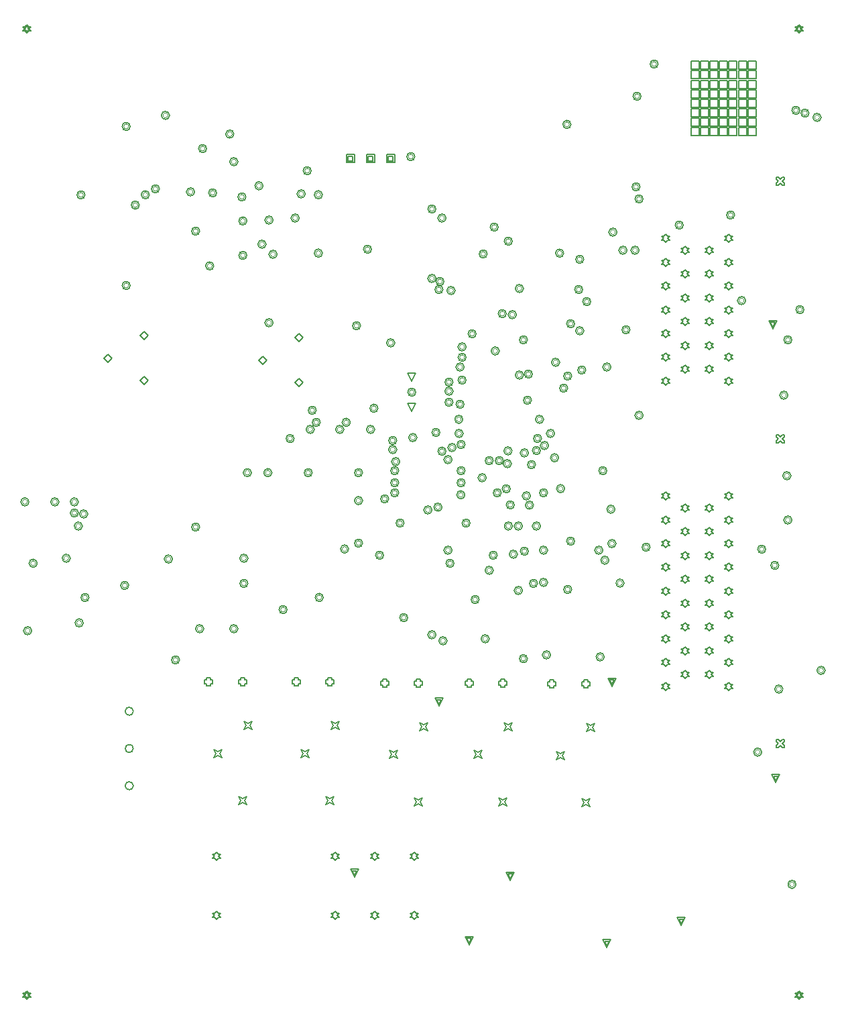
<source format=gbr>
%TF.GenerationSoftware,Altium Limited,Altium Designer,18.1.9 (240)*%
G04 Layer_Color=2752767*
%FSLAX26Y26*%
%MOIN*%
%TF.FileFunction,Drawing*%
%TF.Part,Single*%
G01*
G75*
%TA.AperFunction,NonConductor*%
%ADD147C,0.005000*%
%ADD148C,0.006667*%
%ADD149C,0.004000*%
D147*
X11455000Y6140000D02*
Y6180000D01*
X11495000D01*
Y6140000D01*
X11455000D01*
X11502244D02*
Y6180000D01*
X11542244D01*
Y6140000D01*
X11502244D01*
X11549488D02*
Y6180000D01*
X11589488D01*
Y6140000D01*
X11549488D01*
X11596732D02*
Y6180000D01*
X11636732D01*
Y6140000D01*
X11596732D01*
X11407756D02*
Y6180000D01*
X11447756D01*
Y6140000D01*
X11407756D01*
X11360512D02*
Y6180000D01*
X11400512D01*
Y6140000D01*
X11360512D01*
X11313268D02*
Y6180000D01*
X11353268D01*
Y6140000D01*
X11313268D01*
Y6092756D02*
Y6132756D01*
X11353268D01*
Y6092756D01*
X11313268D01*
X11360512D02*
Y6132756D01*
X11400512D01*
Y6092756D01*
X11360512D01*
X11407756D02*
Y6132756D01*
X11447756D01*
Y6092756D01*
X11407756D01*
X11596732D02*
Y6132756D01*
X11636732D01*
Y6092756D01*
X11596732D01*
X11549488D02*
Y6132756D01*
X11589488D01*
Y6092756D01*
X11549488D01*
X11502244D02*
Y6132756D01*
X11542244D01*
Y6092756D01*
X11502244D01*
X11455000D02*
Y6132756D01*
X11495000D01*
Y6092756D01*
X11455000D01*
X11313268Y6045512D02*
Y6085512D01*
X11353268D01*
Y6045512D01*
X11313268D01*
X11360512D02*
Y6085512D01*
X11400512D01*
Y6045512D01*
X11360512D01*
X11407756D02*
Y6085512D01*
X11447756D01*
Y6045512D01*
X11407756D01*
X11596732D02*
Y6085512D01*
X11636732D01*
Y6045512D01*
X11596732D01*
X11549488D02*
Y6085512D01*
X11589488D01*
Y6045512D01*
X11549488D01*
X11502244D02*
Y6085512D01*
X11542244D01*
Y6045512D01*
X11502244D01*
X11455000D02*
Y6085512D01*
X11495000D01*
Y6045512D01*
X11455000D01*
X11313268Y5998268D02*
Y6038268D01*
X11353268D01*
Y5998268D01*
X11313268D01*
X11360512D02*
Y6038268D01*
X11400512D01*
Y5998268D01*
X11360512D01*
X11407756D02*
Y6038268D01*
X11447756D01*
Y5998268D01*
X11407756D01*
X11596732D02*
Y6038268D01*
X11636732D01*
Y5998268D01*
X11596732D01*
X11549488D02*
Y6038268D01*
X11589488D01*
Y5998268D01*
X11549488D01*
X11502244D02*
Y6038268D01*
X11542244D01*
Y5998268D01*
X11502244D01*
X11455000D02*
Y6038268D01*
X11495000D01*
Y5998268D01*
X11455000D01*
X11313268Y6187244D02*
Y6227244D01*
X11353268D01*
Y6187244D01*
X11313268D01*
X11360512D02*
Y6227244D01*
X11400512D01*
Y6187244D01*
X11360512D01*
X11407756D02*
Y6227244D01*
X11447756D01*
Y6187244D01*
X11407756D01*
X11596732D02*
Y6227244D01*
X11636732D01*
Y6187244D01*
X11596732D01*
X11549488D02*
Y6227244D01*
X11589488D01*
Y6187244D01*
X11549488D01*
X11502244D02*
Y6227244D01*
X11542244D01*
Y6187244D01*
X11502244D01*
X11455000D02*
Y6227244D01*
X11495000D01*
Y6187244D01*
X11455000D01*
X11313268Y6234488D02*
Y6274488D01*
X11353268D01*
Y6234488D01*
X11313268D01*
X11360512D02*
Y6274488D01*
X11400512D01*
Y6234488D01*
X11360512D01*
X11407756D02*
Y6274488D01*
X11447756D01*
Y6234488D01*
X11407756D01*
X11596732D02*
Y6274488D01*
X11636732D01*
Y6234488D01*
X11596732D01*
X11549488D02*
Y6274488D01*
X11589488D01*
Y6234488D01*
X11549488D01*
X11502244D02*
Y6274488D01*
X11542244D01*
Y6234488D01*
X11502244D01*
X11455000D02*
Y6274488D01*
X11495000D01*
Y6234488D01*
X11455000D01*
X11313268Y6281732D02*
Y6321732D01*
X11353268D01*
Y6281732D01*
X11313268D01*
X11360512D02*
Y6321732D01*
X11400512D01*
Y6281732D01*
X11360512D01*
X11407756D02*
Y6321732D01*
X11447756D01*
Y6281732D01*
X11407756D01*
X11596732D02*
Y6321732D01*
X11636732D01*
Y6281732D01*
X11596732D01*
X11549488D02*
Y6321732D01*
X11589488D01*
Y6281732D01*
X11549488D01*
X11502244D02*
Y6321732D01*
X11542244D01*
Y6281732D01*
X11502244D01*
X11455000D02*
Y6321732D01*
X11495000D01*
Y6281732D01*
X11455000D01*
X11313268Y6328976D02*
Y6368976D01*
X11353268D01*
Y6328976D01*
X11313268D01*
X11360512D02*
Y6368976D01*
X11400512D01*
Y6328976D01*
X11360512D01*
X11407756D02*
Y6368976D01*
X11447756D01*
Y6328976D01*
X11407756D01*
X11596732D02*
Y6368976D01*
X11636732D01*
Y6328976D01*
X11596732D01*
X11549488D02*
Y6368976D01*
X11589488D01*
Y6328976D01*
X11549488D01*
X11502244D02*
Y6368976D01*
X11542244D01*
Y6328976D01*
X11502244D01*
X11455000D02*
Y6368976D01*
X11495000D01*
Y6328976D01*
X11455000D01*
X9925000Y4780000D02*
X9905000Y4820000D01*
X9945000D01*
X9925000Y4780000D01*
Y4630000D02*
X9905000Y4670000D01*
X9945000D01*
X9925000Y4630000D01*
X8952598Y2400000D02*
X8962598Y2410000D01*
X8972598D01*
X8962598Y2420000D01*
X8972598Y2430000D01*
X8962598D01*
X8952598Y2440000D01*
X8942598Y2430000D01*
X8932598D01*
X8942598Y2420000D01*
X8932598Y2410000D01*
X8942598D01*
X8952598Y2400000D01*
Y2104724D02*
X8962598Y2114724D01*
X8972598D01*
X8962598Y2124724D01*
X8972598Y2134724D01*
X8962598D01*
X8952598Y2144724D01*
X8942598Y2134724D01*
X8932598D01*
X8942598Y2124724D01*
X8932598Y2114724D01*
X8942598D01*
X8952598Y2104724D01*
X9740000D02*
X9750000Y2114724D01*
X9760000D01*
X9750000Y2124724D01*
X9760000Y2134724D01*
X9750000D01*
X9740000Y2144724D01*
X9730000Y2134724D01*
X9720000D01*
X9730000Y2124724D01*
X9720000Y2114724D01*
X9730000D01*
X9740000Y2104724D01*
X9543150D02*
X9553150Y2114724D01*
X9563150D01*
X9553150Y2124724D01*
X9563150Y2134724D01*
X9553150D01*
X9543150Y2144724D01*
X9533150Y2134724D01*
X9523150D01*
X9533150Y2124724D01*
X9523150Y2114724D01*
X9533150D01*
X9543150Y2104724D01*
X9740000Y2400000D02*
X9750000Y2410000D01*
X9760000D01*
X9750000Y2420000D01*
X9760000Y2430000D01*
X9750000D01*
X9740000Y2440000D01*
X9730000Y2430000D01*
X9720000D01*
X9730000Y2420000D01*
X9720000Y2410000D01*
X9730000D01*
X9740000Y2400000D01*
X9543150D02*
X9553150Y2410000D01*
X9563150D01*
X9553150Y2420000D01*
X9563150Y2430000D01*
X9553150D01*
X9543150Y2440000D01*
X9533150Y2430000D01*
X9523150D01*
X9533150Y2420000D01*
X9523150Y2410000D01*
X9533150D01*
X9543150Y2400000D01*
X9936850Y2104724D02*
X9946850Y2114724D01*
X9956850D01*
X9946850Y2124724D01*
X9956850Y2134724D01*
X9946850D01*
X9936850Y2144724D01*
X9926850Y2134724D01*
X9916850D01*
X9926850Y2124724D01*
X9916850Y2114724D01*
X9926850D01*
X9936850Y2104724D01*
Y2400000D02*
X9946850Y2410000D01*
X9956850D01*
X9946850Y2420000D01*
X9956850Y2430000D01*
X9946850D01*
X9936850Y2440000D01*
X9926850Y2430000D01*
X9916850D01*
X9926850Y2420000D01*
X9916850Y2410000D01*
X9926850D01*
X9936850Y2400000D01*
X9939016Y2668780D02*
X9949016Y2688780D01*
X9939016Y2708780D01*
X9959016Y2698780D01*
X9979016Y2708780D01*
X9969016Y2688780D01*
X9979016Y2668780D01*
X9959016Y2678780D01*
X9939016Y2668780D01*
X9964606Y3042795D02*
X9974606Y3062795D01*
X9964606Y3082795D01*
X9984606Y3072795D01*
X10004606Y3082795D01*
X9994606Y3062795D01*
X10004606Y3042795D01*
X9984606Y3052795D01*
X9964606Y3042795D01*
X9815000Y2905000D02*
X9825000Y2925000D01*
X9815000Y2945000D01*
X9835000Y2935000D01*
X9855000Y2945000D01*
X9845000Y2925000D01*
X9855000Y2905000D01*
X9835000Y2915000D01*
X9815000Y2905000D01*
X9779724Y3269331D02*
Y3259331D01*
X9799724D01*
Y3269331D01*
X9809724D01*
Y3289331D01*
X9799724D01*
Y3299331D01*
X9779724D01*
Y3289331D01*
X9769724D01*
Y3269331D01*
X9779724D01*
X9949016D02*
Y3259331D01*
X9969016D01*
Y3269331D01*
X9979016D01*
Y3289331D01*
X9969016D01*
Y3299331D01*
X9949016D01*
Y3289331D01*
X9939016D01*
Y3269331D01*
X9949016D01*
X9064016Y2675079D02*
X9074016Y2695079D01*
X9064016Y2715079D01*
X9084016Y2705079D01*
X9104016Y2715079D01*
X9094016Y2695079D01*
X9104016Y2675079D01*
X9084016Y2685079D01*
X9064016Y2675079D01*
X9089606Y3049094D02*
X9099606Y3069094D01*
X9089606Y3089094D01*
X9109606Y3079094D01*
X9129606Y3089094D01*
X9119606Y3069094D01*
X9129606Y3049094D01*
X9109606Y3059094D01*
X9089606Y3049094D01*
X8940000Y2911299D02*
X8950000Y2931299D01*
X8940000Y2951299D01*
X8960000Y2941299D01*
X8980000Y2951299D01*
X8970000Y2931299D01*
X8980000Y2911299D01*
X8960000Y2921299D01*
X8940000Y2911299D01*
X8904724Y3275630D02*
Y3265630D01*
X8924724D01*
Y3275630D01*
X8934724D01*
Y3295630D01*
X8924724D01*
Y3305630D01*
X8904724D01*
Y3295630D01*
X8894724D01*
Y3275630D01*
X8904724D01*
X9074016D02*
Y3265630D01*
X9094016D01*
Y3275630D01*
X9104016D01*
Y3295630D01*
X9094016D01*
Y3305630D01*
X9074016D01*
Y3295630D01*
X9064016D01*
Y3275630D01*
X9074016D01*
X10359016Y2668780D02*
X10369016Y2688780D01*
X10359016Y2708780D01*
X10379016Y2698780D01*
X10399016Y2708780D01*
X10389016Y2688780D01*
X10399016Y2668780D01*
X10379016Y2678780D01*
X10359016Y2668780D01*
X10384606Y3042795D02*
X10394606Y3062795D01*
X10384606Y3082795D01*
X10404606Y3072795D01*
X10424606Y3082795D01*
X10414606Y3062795D01*
X10424606Y3042795D01*
X10404606Y3052795D01*
X10384606Y3042795D01*
X10235000Y2905000D02*
X10245000Y2925000D01*
X10235000Y2945000D01*
X10255000Y2935000D01*
X10275000Y2945000D01*
X10265000Y2925000D01*
X10275000Y2905000D01*
X10255000Y2915000D01*
X10235000Y2905000D01*
X10199724Y3269331D02*
Y3259331D01*
X10219724D01*
Y3269331D01*
X10229724D01*
Y3289331D01*
X10219724D01*
Y3299331D01*
X10199724D01*
Y3289331D01*
X10189724D01*
Y3269331D01*
X10199724D01*
X10369016D02*
Y3259331D01*
X10389016D01*
Y3269331D01*
X10399016D01*
Y3289331D01*
X10389016D01*
Y3299331D01*
X10369016D01*
Y3289331D01*
X10359016D01*
Y3269331D01*
X10369016D01*
X9499016Y2675079D02*
X9509016Y2695079D01*
X9499016Y2715079D01*
X9519016Y2705079D01*
X9539016Y2715079D01*
X9529016Y2695079D01*
X9539016Y2675079D01*
X9519016Y2685079D01*
X9499016Y2675079D01*
X9524606Y3049094D02*
X9534606Y3069094D01*
X9524606Y3089094D01*
X9544606Y3079094D01*
X9564606Y3089094D01*
X9554606Y3069094D01*
X9564606Y3049094D01*
X9544606Y3059094D01*
X9524606Y3049094D01*
X9375000Y2911299D02*
X9385000Y2931299D01*
X9375000Y2951299D01*
X9395000Y2941299D01*
X9415000Y2951299D01*
X9405000Y2931299D01*
X9415000Y2911299D01*
X9395000Y2921299D01*
X9375000Y2911299D01*
X9339724Y3275630D02*
Y3265630D01*
X9359724D01*
Y3275630D01*
X9369724D01*
Y3295630D01*
X9359724D01*
Y3305630D01*
X9339724D01*
Y3295630D01*
X9329724D01*
Y3275630D01*
X9339724D01*
X9509016D02*
Y3265630D01*
X9529016D01*
Y3275630D01*
X9539016D01*
Y3295630D01*
X9529016D01*
Y3305630D01*
X9509016D01*
Y3295630D01*
X9499016D01*
Y3275630D01*
X9509016D01*
X10769449Y2665000D02*
X10779449Y2685000D01*
X10769449Y2705000D01*
X10789449Y2695000D01*
X10809449Y2705000D01*
X10799449Y2685000D01*
X10809449Y2665000D01*
X10789449Y2675000D01*
X10769449Y2665000D01*
X10795039Y3039016D02*
X10805039Y3059016D01*
X10795039Y3079016D01*
X10815039Y3069016D01*
X10835039Y3079016D01*
X10825039Y3059016D01*
X10835039Y3039016D01*
X10815039Y3049016D01*
X10795039Y3039016D01*
X10645433Y2901220D02*
X10655433Y2921220D01*
X10645433Y2941220D01*
X10665433Y2931220D01*
X10685433Y2941220D01*
X10675433Y2921220D01*
X10685433Y2901220D01*
X10665433Y2911220D01*
X10645433Y2901220D01*
X10610157Y3265551D02*
Y3255551D01*
X10630157D01*
Y3265551D01*
X10640157D01*
Y3285551D01*
X10630157D01*
Y3295551D01*
X10610157D01*
Y3285551D01*
X10600157D01*
Y3265551D01*
X10610157D01*
X10779449D02*
Y3255551D01*
X10799449D01*
Y3265551D01*
X10809449D01*
Y3285551D01*
X10799449D01*
Y3295551D01*
X10779449D01*
Y3285551D01*
X10769449D01*
Y3265551D01*
X10779449D01*
X11737441Y2958740D02*
X11747441D01*
X11757441Y2968740D01*
X11767441Y2958740D01*
X11777441D01*
Y2968740D01*
X11767441Y2978740D01*
X11777441Y2988740D01*
Y2998740D01*
X11767441D01*
X11757441Y2988740D01*
X11747441Y2998740D01*
X11737441D01*
Y2988740D01*
X11747441Y2978740D01*
X11737441Y2968740D01*
Y2958740D01*
Y4474488D02*
X11747441D01*
X11757441Y4484488D01*
X11767441Y4474488D01*
X11777441D01*
Y4484488D01*
X11767441Y4494488D01*
X11777441Y4504488D01*
Y4514488D01*
X11767441D01*
X11757441Y4504488D01*
X11747441Y4514488D01*
X11737441D01*
Y4504488D01*
X11747441Y4494488D01*
X11737441Y4484488D01*
Y4474488D01*
X11186575Y5468583D02*
X11196575Y5478583D01*
X11206575D01*
X11196575Y5488583D01*
X11206575Y5498583D01*
X11196575D01*
X11186575Y5508583D01*
X11176575Y5498583D01*
X11166575D01*
X11176575Y5488583D01*
X11166575Y5478583D01*
X11176575D01*
X11186575Y5468583D01*
Y5350472D02*
X11196575Y5360472D01*
X11206575D01*
X11196575Y5370472D01*
X11206575Y5380472D01*
X11196575D01*
X11186575Y5390472D01*
X11176575Y5380472D01*
X11166575D01*
X11176575Y5370472D01*
X11166575Y5360472D01*
X11176575D01*
X11186575Y5350472D01*
Y5232362D02*
X11196575Y5242362D01*
X11206575D01*
X11196575Y5252362D01*
X11206575Y5262362D01*
X11196575D01*
X11186575Y5272362D01*
X11176575Y5262362D01*
X11166575D01*
X11176575Y5252362D01*
X11166575Y5242362D01*
X11176575D01*
X11186575Y5232362D01*
Y5114252D02*
X11196575Y5124252D01*
X11206575D01*
X11196575Y5134252D01*
X11206575Y5144252D01*
X11196575D01*
X11186575Y5154252D01*
X11176575Y5144252D01*
X11166575D01*
X11176575Y5134252D01*
X11166575Y5124252D01*
X11176575D01*
X11186575Y5114252D01*
Y4996142D02*
X11196575Y5006142D01*
X11206575D01*
X11196575Y5016142D01*
X11206575Y5026142D01*
X11196575D01*
X11186575Y5036142D01*
X11176575Y5026142D01*
X11166575D01*
X11176575Y5016142D01*
X11166575Y5006142D01*
X11176575D01*
X11186575Y4996142D01*
Y4878032D02*
X11196575Y4888032D01*
X11206575D01*
X11196575Y4898032D01*
X11206575Y4908032D01*
X11196575D01*
X11186575Y4918032D01*
X11176575Y4908032D01*
X11166575D01*
X11176575Y4898032D01*
X11166575Y4888032D01*
X11176575D01*
X11186575Y4878032D01*
Y4759921D02*
X11196575Y4769921D01*
X11206575D01*
X11196575Y4779921D01*
X11206575Y4789921D01*
X11196575D01*
X11186575Y4799921D01*
X11176575Y4789921D01*
X11166575D01*
X11176575Y4779921D01*
X11166575Y4769921D01*
X11176575D01*
X11186575Y4759921D01*
X11285000Y5409528D02*
X11295000Y5419528D01*
X11305000D01*
X11295000Y5429528D01*
X11305000Y5439528D01*
X11295000D01*
X11285000Y5449528D01*
X11275000Y5439528D01*
X11265000D01*
X11275000Y5429528D01*
X11265000Y5419528D01*
X11275000D01*
X11285000Y5409528D01*
Y5291417D02*
X11295000Y5301417D01*
X11305000D01*
X11295000Y5311417D01*
X11305000Y5321417D01*
X11295000D01*
X11285000Y5331417D01*
X11275000Y5321417D01*
X11265000D01*
X11275000Y5311417D01*
X11265000Y5301417D01*
X11275000D01*
X11285000Y5291417D01*
Y5173307D02*
X11295000Y5183307D01*
X11305000D01*
X11295000Y5193307D01*
X11305000Y5203307D01*
X11295000D01*
X11285000Y5213307D01*
X11275000Y5203307D01*
X11265000D01*
X11275000Y5193307D01*
X11265000Y5183307D01*
X11275000D01*
X11285000Y5173307D01*
Y5055197D02*
X11295000Y5065197D01*
X11305000D01*
X11295000Y5075197D01*
X11305000Y5085197D01*
X11295000D01*
X11285000Y5095197D01*
X11275000Y5085197D01*
X11265000D01*
X11275000Y5075197D01*
X11265000Y5065197D01*
X11275000D01*
X11285000Y5055197D01*
Y4937087D02*
X11295000Y4947087D01*
X11305000D01*
X11295000Y4957087D01*
X11305000Y4967087D01*
X11295000D01*
X11285000Y4977087D01*
X11275000Y4967087D01*
X11265000D01*
X11275000Y4957087D01*
X11265000Y4947087D01*
X11275000D01*
X11285000Y4937087D01*
Y4818976D02*
X11295000Y4828976D01*
X11305000D01*
X11295000Y4838976D01*
X11305000Y4848976D01*
X11295000D01*
X11285000Y4858976D01*
X11275000Y4848976D01*
X11265000D01*
X11275000Y4838976D01*
X11265000Y4828976D01*
X11275000D01*
X11285000Y4818976D01*
X11403110Y5409528D02*
X11413110Y5419528D01*
X11423110D01*
X11413110Y5429528D01*
X11423110Y5439528D01*
X11413110D01*
X11403110Y5449528D01*
X11393110Y5439528D01*
X11383110D01*
X11393110Y5429528D01*
X11383110Y5419528D01*
X11393110D01*
X11403110Y5409528D01*
Y5291417D02*
X11413110Y5301417D01*
X11423110D01*
X11413110Y5311417D01*
X11423110Y5321417D01*
X11413110D01*
X11403110Y5331417D01*
X11393110Y5321417D01*
X11383110D01*
X11393110Y5311417D01*
X11383110Y5301417D01*
X11393110D01*
X11403110Y5291417D01*
Y5173307D02*
X11413110Y5183307D01*
X11423110D01*
X11413110Y5193307D01*
X11423110Y5203307D01*
X11413110D01*
X11403110Y5213307D01*
X11393110Y5203307D01*
X11383110D01*
X11393110Y5193307D01*
X11383110Y5183307D01*
X11393110D01*
X11403110Y5173307D01*
Y5055197D02*
X11413110Y5065197D01*
X11423110D01*
X11413110Y5075197D01*
X11423110Y5085197D01*
X11413110D01*
X11403110Y5095197D01*
X11393110Y5085197D01*
X11383110D01*
X11393110Y5075197D01*
X11383110Y5065197D01*
X11393110D01*
X11403110Y5055197D01*
Y4937087D02*
X11413110Y4947087D01*
X11423110D01*
X11413110Y4957087D01*
X11423110Y4967087D01*
X11413110D01*
X11403110Y4977087D01*
X11393110Y4967087D01*
X11383110D01*
X11393110Y4957087D01*
X11383110Y4947087D01*
X11393110D01*
X11403110Y4937087D01*
Y4818976D02*
X11413110Y4828976D01*
X11423110D01*
X11413110Y4838976D01*
X11423110Y4848976D01*
X11413110D01*
X11403110Y4858976D01*
X11393110Y4848976D01*
X11383110D01*
X11393110Y4838976D01*
X11383110Y4828976D01*
X11393110D01*
X11403110Y4818976D01*
X11501535Y5468583D02*
X11511535Y5478583D01*
X11521535D01*
X11511535Y5488583D01*
X11521535Y5498583D01*
X11511535D01*
X11501535Y5508583D01*
X11491535Y5498583D01*
X11481535D01*
X11491535Y5488583D01*
X11481535Y5478583D01*
X11491535D01*
X11501535Y5468583D01*
Y5350472D02*
X11511535Y5360472D01*
X11521535D01*
X11511535Y5370472D01*
X11521535Y5380472D01*
X11511535D01*
X11501535Y5390472D01*
X11491535Y5380472D01*
X11481535D01*
X11491535Y5370472D01*
X11481535Y5360472D01*
X11491535D01*
X11501535Y5350472D01*
Y5232362D02*
X11511535Y5242362D01*
X11521535D01*
X11511535Y5252362D01*
X11521535Y5262362D01*
X11511535D01*
X11501535Y5272362D01*
X11491535Y5262362D01*
X11481535D01*
X11491535Y5252362D01*
X11481535Y5242362D01*
X11491535D01*
X11501535Y5232362D01*
Y5114252D02*
X11511535Y5124252D01*
X11521535D01*
X11511535Y5134252D01*
X11521535Y5144252D01*
X11511535D01*
X11501535Y5154252D01*
X11491535Y5144252D01*
X11481535D01*
X11491535Y5134252D01*
X11481535Y5124252D01*
X11491535D01*
X11501535Y5114252D01*
Y4996142D02*
X11511535Y5006142D01*
X11521535D01*
X11511535Y5016142D01*
X11521535Y5026142D01*
X11511535D01*
X11501535Y5036142D01*
X11491535Y5026142D01*
X11481535D01*
X11491535Y5016142D01*
X11481535Y5006142D01*
X11491535D01*
X11501535Y4996142D01*
Y4878032D02*
X11511535Y4888032D01*
X11521535D01*
X11511535Y4898032D01*
X11521535Y4908032D01*
X11511535D01*
X11501535Y4918032D01*
X11491535Y4908032D01*
X11481535D01*
X11491535Y4898032D01*
X11481535Y4888032D01*
X11491535D01*
X11501535Y4878032D01*
Y4759921D02*
X11511535Y4769921D01*
X11521535D01*
X11511535Y4779921D01*
X11521535Y4789921D01*
X11511535D01*
X11501535Y4799921D01*
X11491535Y4789921D01*
X11481535D01*
X11491535Y4779921D01*
X11481535Y4769921D01*
X11491535D01*
X11501535Y4759921D01*
X11737441Y5754016D02*
X11747441D01*
X11757441Y5764016D01*
X11767441Y5754016D01*
X11777441D01*
Y5764016D01*
X11767441Y5774016D01*
X11777441Y5784016D01*
Y5794016D01*
X11767441D01*
X11757441Y5784016D01*
X11747441Y5794016D01*
X11737441D01*
Y5784016D01*
X11747441Y5774016D01*
X11737441Y5764016D01*
Y5754016D01*
X11501535Y3244173D02*
X11511535Y3254173D01*
X11521535D01*
X11511535Y3264173D01*
X11521535Y3274173D01*
X11511535D01*
X11501535Y3284173D01*
X11491535Y3274173D01*
X11481535D01*
X11491535Y3264173D01*
X11481535Y3254173D01*
X11491535D01*
X11501535Y3244173D01*
Y3362284D02*
X11511535Y3372284D01*
X11521535D01*
X11511535Y3382284D01*
X11521535Y3392284D01*
X11511535D01*
X11501535Y3402284D01*
X11491535Y3392284D01*
X11481535D01*
X11491535Y3382284D01*
X11481535Y3372284D01*
X11491535D01*
X11501535Y3362284D01*
Y3480394D02*
X11511535Y3490394D01*
X11521535D01*
X11511535Y3500394D01*
X11521535Y3510394D01*
X11511535D01*
X11501535Y3520394D01*
X11491535Y3510394D01*
X11481535D01*
X11491535Y3500394D01*
X11481535Y3490394D01*
X11491535D01*
X11501535Y3480394D01*
Y3598504D02*
X11511535Y3608504D01*
X11521535D01*
X11511535Y3618504D01*
X11521535Y3628504D01*
X11511535D01*
X11501535Y3638504D01*
X11491535Y3628504D01*
X11481535D01*
X11491535Y3618504D01*
X11481535Y3608504D01*
X11491535D01*
X11501535Y3598504D01*
Y3716614D02*
X11511535Y3726614D01*
X11521535D01*
X11511535Y3736614D01*
X11521535Y3746614D01*
X11511535D01*
X11501535Y3756614D01*
X11491535Y3746614D01*
X11481535D01*
X11491535Y3736614D01*
X11481535Y3726614D01*
X11491535D01*
X11501535Y3716614D01*
Y3834724D02*
X11511535Y3844724D01*
X11521535D01*
X11511535Y3854724D01*
X11521535Y3864724D01*
X11511535D01*
X11501535Y3874724D01*
X11491535Y3864724D01*
X11481535D01*
X11491535Y3854724D01*
X11481535Y3844724D01*
X11491535D01*
X11501535Y3834724D01*
Y3952835D02*
X11511535Y3962835D01*
X11521535D01*
X11511535Y3972835D01*
X11521535Y3982835D01*
X11511535D01*
X11501535Y3992835D01*
X11491535Y3982835D01*
X11481535D01*
X11491535Y3972835D01*
X11481535Y3962835D01*
X11491535D01*
X11501535Y3952835D01*
Y4070945D02*
X11511535Y4080945D01*
X11521535D01*
X11511535Y4090945D01*
X11521535Y4100945D01*
X11511535D01*
X11501535Y4110945D01*
X11491535Y4100945D01*
X11481535D01*
X11491535Y4090945D01*
X11481535Y4080945D01*
X11491535D01*
X11501535Y4070945D01*
Y4189055D02*
X11511535Y4199055D01*
X11521535D01*
X11511535Y4209055D01*
X11521535Y4219055D01*
X11511535D01*
X11501535Y4229055D01*
X11491535Y4219055D01*
X11481535D01*
X11491535Y4209055D01*
X11481535Y4199055D01*
X11491535D01*
X11501535Y4189055D01*
X11403110Y3303228D02*
X11413110Y3313228D01*
X11423110D01*
X11413110Y3323228D01*
X11423110Y3333228D01*
X11413110D01*
X11403110Y3343228D01*
X11393110Y3333228D01*
X11383110D01*
X11393110Y3323228D01*
X11383110Y3313228D01*
X11393110D01*
X11403110Y3303228D01*
Y3421339D02*
X11413110Y3431339D01*
X11423110D01*
X11413110Y3441339D01*
X11423110Y3451339D01*
X11413110D01*
X11403110Y3461339D01*
X11393110Y3451339D01*
X11383110D01*
X11393110Y3441339D01*
X11383110Y3431339D01*
X11393110D01*
X11403110Y3421339D01*
Y3539449D02*
X11413110Y3549449D01*
X11423110D01*
X11413110Y3559449D01*
X11423110Y3569449D01*
X11413110D01*
X11403110Y3579449D01*
X11393110Y3569449D01*
X11383110D01*
X11393110Y3559449D01*
X11383110Y3549449D01*
X11393110D01*
X11403110Y3539449D01*
Y3657559D02*
X11413110Y3667559D01*
X11423110D01*
X11413110Y3677559D01*
X11423110Y3687559D01*
X11413110D01*
X11403110Y3697559D01*
X11393110Y3687559D01*
X11383110D01*
X11393110Y3677559D01*
X11383110Y3667559D01*
X11393110D01*
X11403110Y3657559D01*
Y3775669D02*
X11413110Y3785669D01*
X11423110D01*
X11413110Y3795669D01*
X11423110Y3805669D01*
X11413110D01*
X11403110Y3815669D01*
X11393110Y3805669D01*
X11383110D01*
X11393110Y3795669D01*
X11383110Y3785669D01*
X11393110D01*
X11403110Y3775669D01*
Y3893780D02*
X11413110Y3903780D01*
X11423110D01*
X11413110Y3913780D01*
X11423110Y3923780D01*
X11413110D01*
X11403110Y3933780D01*
X11393110Y3923780D01*
X11383110D01*
X11393110Y3913780D01*
X11383110Y3903780D01*
X11393110D01*
X11403110Y3893780D01*
Y4011890D02*
X11413110Y4021890D01*
X11423110D01*
X11413110Y4031890D01*
X11423110Y4041890D01*
X11413110D01*
X11403110Y4051890D01*
X11393110Y4041890D01*
X11383110D01*
X11393110Y4031890D01*
X11383110Y4021890D01*
X11393110D01*
X11403110Y4011890D01*
Y4130000D02*
X11413110Y4140000D01*
X11423110D01*
X11413110Y4150000D01*
X11423110Y4160000D01*
X11413110D01*
X11403110Y4170000D01*
X11393110Y4160000D01*
X11383110D01*
X11393110Y4150000D01*
X11383110Y4140000D01*
X11393110D01*
X11403110Y4130000D01*
X11285000Y3303228D02*
X11295000Y3313228D01*
X11305000D01*
X11295000Y3323228D01*
X11305000Y3333228D01*
X11295000D01*
X11285000Y3343228D01*
X11275000Y3333228D01*
X11265000D01*
X11275000Y3323228D01*
X11265000Y3313228D01*
X11275000D01*
X11285000Y3303228D01*
Y3421339D02*
X11295000Y3431339D01*
X11305000D01*
X11295000Y3441339D01*
X11305000Y3451339D01*
X11295000D01*
X11285000Y3461339D01*
X11275000Y3451339D01*
X11265000D01*
X11275000Y3441339D01*
X11265000Y3431339D01*
X11275000D01*
X11285000Y3421339D01*
Y3539449D02*
X11295000Y3549449D01*
X11305000D01*
X11295000Y3559449D01*
X11305000Y3569449D01*
X11295000D01*
X11285000Y3579449D01*
X11275000Y3569449D01*
X11265000D01*
X11275000Y3559449D01*
X11265000Y3549449D01*
X11275000D01*
X11285000Y3539449D01*
Y3657559D02*
X11295000Y3667559D01*
X11305000D01*
X11295000Y3677559D01*
X11305000Y3687559D01*
X11295000D01*
X11285000Y3697559D01*
X11275000Y3687559D01*
X11265000D01*
X11275000Y3677559D01*
X11265000Y3667559D01*
X11275000D01*
X11285000Y3657559D01*
Y3775669D02*
X11295000Y3785669D01*
X11305000D01*
X11295000Y3795669D01*
X11305000Y3805669D01*
X11295000D01*
X11285000Y3815669D01*
X11275000Y3805669D01*
X11265000D01*
X11275000Y3795669D01*
X11265000Y3785669D01*
X11275000D01*
X11285000Y3775669D01*
Y3893780D02*
X11295000Y3903780D01*
X11305000D01*
X11295000Y3913780D01*
X11305000Y3923780D01*
X11295000D01*
X11285000Y3933780D01*
X11275000Y3923780D01*
X11265000D01*
X11275000Y3913780D01*
X11265000Y3903780D01*
X11275000D01*
X11285000Y3893780D01*
Y4011890D02*
X11295000Y4021890D01*
X11305000D01*
X11295000Y4031890D01*
X11305000Y4041890D01*
X11295000D01*
X11285000Y4051890D01*
X11275000Y4041890D01*
X11265000D01*
X11275000Y4031890D01*
X11265000Y4021890D01*
X11275000D01*
X11285000Y4011890D01*
Y4130000D02*
X11295000Y4140000D01*
X11305000D01*
X11295000Y4150000D01*
X11305000Y4160000D01*
X11295000D01*
X11285000Y4170000D01*
X11275000Y4160000D01*
X11265000D01*
X11275000Y4150000D01*
X11265000Y4140000D01*
X11275000D01*
X11285000Y4130000D01*
X11186575Y3244173D02*
X11196575Y3254173D01*
X11206575D01*
X11196575Y3264173D01*
X11206575Y3274173D01*
X11196575D01*
X11186575Y3284173D01*
X11176575Y3274173D01*
X11166575D01*
X11176575Y3264173D01*
X11166575Y3254173D01*
X11176575D01*
X11186575Y3244173D01*
Y3362284D02*
X11196575Y3372284D01*
X11206575D01*
X11196575Y3382284D01*
X11206575Y3392284D01*
X11196575D01*
X11186575Y3402284D01*
X11176575Y3392284D01*
X11166575D01*
X11176575Y3382284D01*
X11166575Y3372284D01*
X11176575D01*
X11186575Y3362284D01*
Y3480394D02*
X11196575Y3490394D01*
X11206575D01*
X11196575Y3500394D01*
X11206575Y3510394D01*
X11196575D01*
X11186575Y3520394D01*
X11176575Y3510394D01*
X11166575D01*
X11176575Y3500394D01*
X11166575Y3490394D01*
X11176575D01*
X11186575Y3480394D01*
Y3598504D02*
X11196575Y3608504D01*
X11206575D01*
X11196575Y3618504D01*
X11206575Y3628504D01*
X11196575D01*
X11186575Y3638504D01*
X11176575Y3628504D01*
X11166575D01*
X11176575Y3618504D01*
X11166575Y3608504D01*
X11176575D01*
X11186575Y3598504D01*
Y3716614D02*
X11196575Y3726614D01*
X11206575D01*
X11196575Y3736614D01*
X11206575Y3746614D01*
X11196575D01*
X11186575Y3756614D01*
X11176575Y3746614D01*
X11166575D01*
X11176575Y3736614D01*
X11166575Y3726614D01*
X11176575D01*
X11186575Y3716614D01*
Y3834724D02*
X11196575Y3844724D01*
X11206575D01*
X11196575Y3854724D01*
X11206575Y3864724D01*
X11196575D01*
X11186575Y3874724D01*
X11176575Y3864724D01*
X11166575D01*
X11176575Y3854724D01*
X11166575Y3844724D01*
X11176575D01*
X11186575Y3834724D01*
Y3952835D02*
X11196575Y3962835D01*
X11206575D01*
X11196575Y3972835D01*
X11206575Y3982835D01*
X11196575D01*
X11186575Y3992835D01*
X11176575Y3982835D01*
X11166575D01*
X11176575Y3972835D01*
X11166575Y3962835D01*
X11176575D01*
X11186575Y3952835D01*
Y4070945D02*
X11196575Y4080945D01*
X11206575D01*
X11196575Y4090945D01*
X11206575Y4100945D01*
X11196575D01*
X11186575Y4110945D01*
X11176575Y4100945D01*
X11166575D01*
X11176575Y4090945D01*
X11166575Y4080945D01*
X11176575D01*
X11186575Y4070945D01*
Y4189055D02*
X11196575Y4199055D01*
X11206575D01*
X11196575Y4209055D01*
X11206575Y4219055D01*
X11196575D01*
X11186575Y4229055D01*
X11176575Y4219055D01*
X11166575D01*
X11176575Y4209055D01*
X11166575Y4199055D01*
X11176575D01*
X11186575Y4189055D01*
X8573938Y5006380D02*
X8593938Y5026380D01*
X8613938Y5006380D01*
X8593938Y4986380D01*
X8573938Y5006380D01*
Y4782754D02*
X8593938Y4802754D01*
X8613938Y4782754D01*
X8593938Y4762754D01*
X8573938Y4782754D01*
X8395000Y4894567D02*
X8415000Y4914567D01*
X8435000Y4894567D01*
X8415000Y4874567D01*
X8395000Y4894567D01*
X9343938Y4995947D02*
X9363938Y5015947D01*
X9383938Y4995947D01*
X9363938Y4975947D01*
X9343938Y4995947D01*
Y4772321D02*
X9363938Y4792321D01*
X9383938Y4772321D01*
X9363938Y4752321D01*
X9343938Y4772321D01*
X9165000Y4884134D02*
X9185000Y4904134D01*
X9205000Y4884134D01*
X9185000Y4864134D01*
X9165000Y4884134D01*
X9800000Y5865000D02*
Y5905000D01*
X9840000D01*
Y5865000D01*
X9800000D01*
X9808000Y5873000D02*
Y5897000D01*
X9832000D01*
Y5873000D01*
X9808000D01*
X9700000Y5865000D02*
Y5905000D01*
X9740000D01*
Y5865000D01*
X9700000D01*
X9708000Y5873000D02*
Y5897000D01*
X9732000D01*
Y5873000D01*
X9708000D01*
X9600000Y5865000D02*
Y5905000D01*
X9640000D01*
Y5865000D01*
X9600000D01*
X9608000Y5873000D02*
Y5897000D01*
X9632000D01*
Y5873000D01*
X9608000D01*
X10210000Y1980000D02*
X10190000Y2020000D01*
X10230000D01*
X10210000Y1980000D01*
Y1988000D02*
X10198000Y2012000D01*
X10222000D01*
X10210000Y1988000D01*
X9640000Y2315000D02*
X9620000Y2355000D01*
X9660000D01*
X9640000Y2315000D01*
Y2323000D02*
X9628000Y2347000D01*
X9652000D01*
X9640000Y2323000D01*
X11850000Y6510000D02*
X11860000Y6520000D01*
X11870000D01*
X11860000Y6530000D01*
X11870000Y6540000D01*
X11860000D01*
X11850000Y6550000D01*
X11840000Y6540000D01*
X11830000D01*
X11840000Y6530000D01*
X11830000Y6520000D01*
X11840000D01*
X11850000Y6510000D01*
Y6518000D02*
X11856000Y6524000D01*
X11862000D01*
X11856000Y6530000D01*
X11862000Y6536000D01*
X11856000D01*
X11850000Y6542000D01*
X11844000Y6536000D01*
X11838000D01*
X11844000Y6530000D01*
X11838000Y6524000D01*
X11844000D01*
X11850000Y6518000D01*
X8010000Y6510000D02*
X8020000Y6520000D01*
X8030000D01*
X8020000Y6530000D01*
X8030000Y6540000D01*
X8020000D01*
X8010000Y6550000D01*
X8000000Y6540000D01*
X7990000D01*
X8000000Y6530000D01*
X7990000Y6520000D01*
X8000000D01*
X8010000Y6510000D01*
Y6518000D02*
X8016000Y6524000D01*
X8022000D01*
X8016000Y6530000D01*
X8022000Y6536000D01*
X8016000D01*
X8010000Y6542000D01*
X8004000Y6536000D01*
X7998000D01*
X8004000Y6530000D01*
X7998000Y6524000D01*
X8004000D01*
X8010000Y6518000D01*
Y1710000D02*
X8020000Y1720000D01*
X8030000D01*
X8020000Y1730000D01*
X8030000Y1740000D01*
X8020000D01*
X8010000Y1750000D01*
X8000000Y1740000D01*
X7990000D01*
X8000000Y1730000D01*
X7990000Y1720000D01*
X8000000D01*
X8010000Y1710000D01*
Y1718000D02*
X8016000Y1724000D01*
X8022000D01*
X8016000Y1730000D01*
X8022000Y1736000D01*
X8016000D01*
X8010000Y1742000D01*
X8004000Y1736000D01*
X7998000D01*
X8004000Y1730000D01*
X7998000Y1724000D01*
X8004000D01*
X8010000Y1718000D01*
X11850000Y1710000D02*
X11860000Y1720000D01*
X11870000D01*
X11860000Y1730000D01*
X11870000Y1740000D01*
X11860000D01*
X11850000Y1750000D01*
X11840000Y1740000D01*
X11830000D01*
X11840000Y1730000D01*
X11830000Y1720000D01*
X11840000D01*
X11850000Y1710000D01*
Y1718000D02*
X11856000Y1724000D01*
X11862000D01*
X11856000Y1730000D01*
X11862000Y1736000D01*
X11856000D01*
X11850000Y1742000D01*
X11844000Y1736000D01*
X11838000D01*
X11844000Y1730000D01*
X11838000Y1724000D01*
X11844000D01*
X11850000Y1718000D01*
X11735000Y2785000D02*
X11715000Y2825000D01*
X11755000D01*
X11735000Y2785000D01*
Y2793000D02*
X11723000Y2817000D01*
X11747000D01*
X11735000Y2793000D01*
X10920000Y3264449D02*
X10900000Y3304449D01*
X10940000D01*
X10920000Y3264449D01*
Y3272449D02*
X10908000Y3296449D01*
X10932000D01*
X10920000Y3272449D01*
X10415000Y2300000D02*
X10395000Y2340000D01*
X10435000D01*
X10415000Y2300000D01*
Y2308000D02*
X10403000Y2332000D01*
X10427000D01*
X10415000Y2308000D01*
X10895000Y1965000D02*
X10875000Y2005000D01*
X10915000D01*
X10895000Y1965000D01*
Y1973000D02*
X10883000Y1997000D01*
X10907000D01*
X10895000Y1973000D01*
X11265000Y2075000D02*
X11245000Y2115000D01*
X11285000D01*
X11265000Y2075000D01*
Y2083000D02*
X11253000Y2107000D01*
X11277000D01*
X11265000Y2083000D01*
X11720000Y5040000D02*
X11700000Y5080000D01*
X11740000D01*
X11720000Y5040000D01*
Y5048000D02*
X11708000Y5072000D01*
X11732000D01*
X11720000Y5048000D01*
X10060000Y3165000D02*
X10040000Y3205000D01*
X10080000D01*
X10060000Y3165000D01*
Y3173000D02*
X10048000Y3197000D01*
X10072000D01*
X10060000Y3173000D01*
D148*
X8540000Y2769961D02*
G03*
X8540000Y2769961I-20000J0D01*
G01*
Y2955000D02*
G03*
X8540000Y2955000I-20000J0D01*
G01*
Y3140039D02*
G03*
X8540000Y3140039I-20000J0D01*
G01*
X11835551Y2280000D02*
G03*
X11835551Y2280000I-20000J0D01*
G01*
X10180000Y4520000D02*
G03*
X10180000Y4520000I-20000J0D01*
G01*
X10085000Y5275000D02*
G03*
X10085000Y5275000I-20000J0D01*
G01*
X9340000Y4494488D02*
G03*
X9340000Y4494488I-20000J0D01*
G01*
X9470000Y4575000D02*
G03*
X9470000Y4575000I-20000J0D01*
G01*
X9950000Y4499488D02*
G03*
X9950000Y4499488I-20000J0D01*
G01*
X10310000Y3500000D02*
G03*
X10310000Y3500000I-20000J0D01*
G01*
X11815000Y4090000D02*
G03*
X11815000Y4090000I-20000J0D01*
G01*
X10480000Y5240000D02*
G03*
X10480000Y5240000I-20000J0D01*
G01*
X10780000Y5030000D02*
G03*
X10780000Y5030000I-20000J0D01*
G01*
X9060000Y3550000D02*
G03*
X9060000Y3550000I-20000J0D01*
G01*
X11980000Y3342863D02*
G03*
X11980000Y3342863I-20000J0D01*
G01*
X11665000Y2937018D02*
G03*
X11665000Y2937018I-20000J0D01*
G01*
X9740000Y4540000D02*
G03*
X9740000Y4540000I-20000J0D01*
G01*
X9680000Y4325000D02*
G03*
X9680000Y4325000I-20000J0D01*
G01*
X10735000Y3985000D02*
G03*
X10735000Y3985000I-20000J0D01*
G01*
X10190000Y4335000D02*
G03*
X10190000Y4335000I-20000J0D01*
G01*
X10935000Y4143622D02*
G03*
X10935000Y4143622I-20000J0D01*
G01*
X10045000Y3520000D02*
G03*
X10045000Y3520000I-20000J0D01*
G01*
X10475000Y3740000D02*
G03*
X10475000Y3740000I-20000J0D01*
G01*
X10505000Y3935000D02*
G03*
X10505000Y3935000I-20000J0D01*
G01*
X9305000Y3645000D02*
G03*
X9305000Y3645000I-20000J0D01*
G01*
X9610834Y3946000D02*
G03*
X9610834Y3946000I-20000J0D01*
G01*
X10600000Y4225000D02*
G03*
X10600000Y4225000I-20000J0D01*
G01*
X10450000Y3920000D02*
G03*
X10450000Y3920000I-20000J0D01*
G01*
X10435000Y4165000D02*
G03*
X10435000Y4165000I-20000J0D01*
G01*
X10515000Y4210000D02*
G03*
X10515000Y4210000I-20000J0D01*
G01*
X10415000Y4245000D02*
G03*
X10415000Y4245000I-20000J0D01*
G01*
X10423287Y4433287D02*
G03*
X10423287Y4433287I-20000J0D01*
G01*
X9865000Y4380000D02*
G03*
X9865000Y4380000I-20000J0D01*
G01*
X10145000Y4450000D02*
G03*
X10145000Y4450000I-20000J0D01*
G01*
X10190000Y4465000D02*
G03*
X10190000Y4465000I-20000J0D01*
G01*
X10178937Y4590000D02*
G03*
X10178937Y4590000I-20000J0D01*
G01*
X10130000Y4675000D02*
G03*
X10130000Y4675000I-20000J0D01*
G01*
Y4730000D02*
G03*
X10130000Y4730000I-20000J0D01*
G01*
X10525000Y4815000D02*
G03*
X10525000Y4815000I-20000J0D01*
G01*
X10480000Y4810000D02*
G03*
X10480000Y4810000I-20000J0D01*
G01*
X10660000Y4873346D02*
G03*
X10660000Y4873346I-20000J0D01*
G01*
X10720000Y4805000D02*
G03*
X10720000Y4805000I-20000J0D01*
G01*
X10700000Y4745000D02*
G03*
X10700000Y4745000I-20000J0D01*
G01*
X10635000Y4520000D02*
G03*
X10635000Y4520000I-20000J0D01*
G01*
X10570000Y4495000D02*
G03*
X10570000Y4495000I-20000J0D01*
G01*
X10185000Y4850000D02*
G03*
X10185000Y4850000I-20000J0D01*
G01*
X11815000Y4985000D02*
G03*
X11815000Y4985000I-20000J0D01*
G01*
X10680000Y5415551D02*
G03*
X10680000Y5415551I-20000J0D01*
G01*
X9450000Y4635000D02*
G03*
X9450000Y4635000I-20000J0D01*
G01*
X11150000Y6355000D02*
G03*
X11150000Y6355000I-20000J0D01*
G01*
X8291083Y3578917D02*
G03*
X8291083Y3578917I-20000J0D01*
G01*
X11900000Y6111282D02*
G03*
X11900000Y6111282I-20000J0D01*
G01*
X11960000Y6090000D02*
G03*
X11960000Y6090000I-20000J0D01*
G01*
X11769944Y3250000D02*
G03*
X11769944Y3250000I-20000J0D01*
G01*
X10565000Y4435000D02*
G03*
X10565000Y4435000I-20000J0D01*
G01*
X10505000Y4423347D02*
G03*
X10505000Y4423347I-20000J0D01*
G01*
X11065000Y6195000D02*
G03*
X11065000Y6195000I-20000J0D01*
G01*
X11530000Y5605000D02*
G03*
X11530000Y5605000I-20000J0D01*
G01*
X10945000Y5520000D02*
G03*
X10945000Y5520000I-20000J0D01*
G01*
X11685000Y3945000D02*
G03*
X11685000Y3945000I-20000J0D01*
G01*
X11795000Y4710000D02*
G03*
X11795000Y4710000I-20000J0D01*
G01*
X10980551Y3776654D02*
G03*
X10980551Y3776654I-20000J0D01*
G01*
X10905000Y3890295D02*
G03*
X10905000Y3890295I-20000J0D01*
G01*
X10995000Y5430000D02*
G03*
X10995000Y5430000I-20000J0D01*
G01*
X11875000Y5135000D02*
G03*
X11875000Y5135000I-20000J0D01*
G01*
X10881803Y3410000D02*
G03*
X10881803Y3410000I-20000J0D01*
G01*
X10615000Y3420000D02*
G03*
X10615000Y3420000I-20000J0D01*
G01*
X10100000Y3490000D02*
G03*
X10100000Y3490000I-20000J0D01*
G01*
X10135000Y3875000D02*
G03*
X10135000Y3875000I-20000J0D01*
G01*
X10330000Y3840000D02*
G03*
X10330000Y3840000I-20000J0D01*
G01*
X9680000Y3975000D02*
G03*
X9680000Y3975000I-20000J0D01*
G01*
Y4186260D02*
G03*
X9680000Y4186260I-20000J0D01*
G01*
X8267165Y4180000D02*
G03*
X8267165Y4180000I-20000J0D01*
G01*
X8170000D02*
G03*
X8170000Y4180000I-20000J0D01*
G01*
X8020984D02*
G03*
X8020984Y4180000I-20000J0D01*
G01*
X8287165Y4060000D02*
G03*
X8287165Y4060000I-20000J0D01*
G01*
X8890000Y3550000D02*
G03*
X8890000Y3550000I-20000J0D01*
G01*
X9430000Y4325000D02*
G03*
X9430000Y4325000I-20000J0D01*
G01*
X9229449D02*
G03*
X9229449Y4325000I-20000J0D01*
G01*
X9127439D02*
G03*
X9127439Y4325000I-20000J0D01*
G01*
X11110000Y3955000D02*
G03*
X11110000Y3955000I-20000J0D01*
G01*
X10940000Y3972835D02*
G03*
X10940000Y3972835I-20000J0D01*
G01*
X10065099Y4524901D02*
G03*
X10065099Y4524901I-20000J0D01*
G01*
X8770000Y3395000D02*
G03*
X8770000Y3395000I-20000J0D01*
G01*
X8735000Y3896181D02*
G03*
X8735000Y3896181I-20000J0D01*
G01*
X8870000Y4055000D02*
G03*
X8870000Y4055000I-20000J0D01*
G01*
X9110000Y3900000D02*
G03*
X9110000Y3900000I-20000J0D01*
G01*
Y3775000D02*
G03*
X9110000Y3775000I-20000J0D01*
G01*
X10350000Y3915000D02*
G03*
X10350000Y3915000I-20000J0D01*
G01*
X10475000Y4060000D02*
G03*
X10475000Y4060000I-20000J0D01*
G01*
X10875000Y3940000D02*
G03*
X10875000Y3940000I-20000J0D01*
G01*
X10720000Y3745000D02*
G03*
X10720000Y3745000I-20000J0D01*
G01*
X10600000Y3780000D02*
G03*
X10600000Y3780000I-20000J0D01*
G01*
X10550000Y3775000D02*
G03*
X10550000Y3775000I-20000J0D01*
G01*
X10425355Y4060000D02*
G03*
X10425355Y4060000I-20000J0D01*
G01*
X10215000Y4074410D02*
G03*
X10215000Y4074410I-20000J0D01*
G01*
X10075000Y4153937D02*
G03*
X10075000Y4153937I-20000J0D01*
G01*
X10685000Y4245834D02*
G03*
X10685000Y4245834I-20000J0D01*
G01*
X10540000Y4365000D02*
G03*
X10540000Y4365000I-20000J0D01*
G01*
X10775000Y5235000D02*
G03*
X10775000Y5235000I-20000J0D01*
G01*
X11585000Y5180000D02*
G03*
X11585000Y5180000I-20000J0D01*
G01*
X11750000Y3864449D02*
G03*
X11750000Y3864449I-20000J0D01*
G01*
X10815000Y5175000D02*
G03*
X10815000Y5175000I-20000J0D01*
G01*
X10735000Y5065000D02*
G03*
X10735000Y5065000I-20000J0D01*
G01*
X10355000Y5545000D02*
G03*
X10355000Y5545000I-20000J0D01*
G01*
X10425000Y5475000D02*
G03*
X10425000Y5475000I-20000J0D01*
G01*
X10095000Y4431904D02*
G03*
X10095000Y4431904I-20000J0D01*
G01*
X9810000Y4195000D02*
G03*
X9810000Y4195000I-20000J0D01*
G01*
X9785000Y3915000D02*
G03*
X9785000Y3915000I-20000J0D01*
G01*
X10330000Y4385000D02*
G03*
X10330000Y4385000I-20000J0D01*
G01*
X10295000Y4300000D02*
G03*
X10295000Y4300000I-20000J0D01*
G01*
X9850000Y4440000D02*
G03*
X9850000Y4440000I-20000J0D01*
G01*
Y4485000D02*
G03*
X9850000Y4485000I-20000J0D01*
G01*
X9586774Y4540000D02*
G03*
X9586774Y4540000I-20000J0D01*
G01*
X9618856Y4575000D02*
G03*
X9618856Y4575000I-20000J0D01*
G01*
X9440000Y4540000D02*
G03*
X9440000Y4540000I-20000J0D01*
G01*
X9756575Y4645000D02*
G03*
X9756575Y4645000I-20000J0D01*
G01*
X8320000Y3705000D02*
G03*
X8320000Y3705000I-20000J0D01*
G01*
X8035000Y3540000D02*
G03*
X8035000Y3540000I-20000J0D01*
G01*
X10716378Y6055000D02*
G03*
X10716378Y6055000I-20000J0D01*
G01*
X11855000Y6125000D02*
G03*
X11855000Y6125000I-20000J0D01*
G01*
X8517165Y3765000D02*
G03*
X8517165Y3765000I-20000J0D01*
G01*
X8313465Y4120000D02*
G03*
X8313465Y4120000I-20000J0D01*
G01*
X8267165Y4125000D02*
G03*
X8267165Y4125000I-20000J0D01*
G01*
X8062165Y3875000D02*
G03*
X8062165Y3875000I-20000J0D01*
G01*
X8227165Y3900000D02*
G03*
X8227165Y3900000I-20000J0D01*
G01*
X9905000Y3605000D02*
G03*
X9905000Y3605000I-20000J0D01*
G01*
X10260000Y3695000D02*
G03*
X10260000Y3695000I-20000J0D01*
G01*
X10025000Y4140000D02*
G03*
X10025000Y4140000I-20000J0D01*
G01*
X10370000Y4225000D02*
G03*
X10370000Y4225000I-20000J0D01*
G01*
X9886732Y4075000D02*
G03*
X9886732Y4075000I-20000J0D01*
G01*
X9484882Y3705118D02*
G03*
X9484882Y3705118I-20000J0D01*
G01*
X10580000Y4590000D02*
G03*
X10580000Y4590000I-20000J0D01*
G01*
X10380000Y4385000D02*
G03*
X10380000Y4385000I-20000J0D01*
G01*
X10195000Y4898032D02*
G03*
X10195000Y4898032I-20000J0D01*
G01*
X10080000Y5235000D02*
G03*
X10080000Y5235000I-20000J0D01*
G01*
X10195000Y4950000D02*
G03*
X10195000Y4950000I-20000J0D01*
G01*
X10245000Y5015000D02*
G03*
X10245000Y5015000I-20000J0D01*
G01*
X10140000Y5230000D02*
G03*
X10140000Y5230000I-20000J0D01*
G01*
X9670000Y5055000D02*
G03*
X9670000Y5055000I-20000J0D01*
G01*
X9840000Y4970000D02*
G03*
X9840000Y4970000I-20000J0D01*
G01*
X9860000Y4225000D02*
G03*
X9860000Y4225000I-20000J0D01*
G01*
Y4275000D02*
G03*
X9860000Y4275000I-20000J0D01*
G01*
Y4335000D02*
G03*
X9860000Y4335000I-20000J0D01*
G01*
X10530000Y4163937D02*
G03*
X10530000Y4163937I-20000J0D01*
G01*
X10565000Y4060000D02*
G03*
X10565000Y4060000I-20000J0D01*
G01*
X11060000Y5745000D02*
G03*
X11060000Y5745000I-20000J0D01*
G01*
X10045000Y5635000D02*
G03*
X10045000Y5635000I-20000J0D01*
G01*
Y5290000D02*
G03*
X10045000Y5290000I-20000J0D01*
G01*
X11075000Y5685000D02*
G03*
X11075000Y5685000I-20000J0D01*
G01*
X10095000Y5590000D02*
G03*
X10095000Y5590000I-20000J0D01*
G01*
X10420000Y4370000D02*
G03*
X10420000Y4370000I-20000J0D01*
G01*
X10188898Y4215000D02*
G03*
X10188898Y4215000I-20000J0D01*
G01*
X10190000Y4275000D02*
G03*
X10190000Y4275000I-20000J0D01*
G01*
X9725000Y5435000D02*
G03*
X9725000Y5435000I-20000J0D01*
G01*
X10195000Y4785000D02*
G03*
X10195000Y4785000I-20000J0D01*
G01*
X10185000Y4665000D02*
G03*
X10185000Y4665000I-20000J0D01*
G01*
X10600000Y3940000D02*
G03*
X10600000Y3940000I-20000J0D01*
G01*
X10500000Y3401299D02*
G03*
X10500000Y3401299I-20000J0D01*
G01*
X10300000Y5411496D02*
G03*
X10300000Y5411496I-20000J0D01*
G01*
X10520000Y4685000D02*
G03*
X10520000Y4685000I-20000J0D01*
G01*
X9945000Y4725000D02*
G03*
X9945000Y4725000I-20000J0D01*
G01*
X10130000Y4775000D02*
G03*
X10130000Y4775000I-20000J0D01*
G01*
X9940000Y5895000D02*
G03*
X9940000Y5895000I-20000J0D01*
G01*
X11810000Y4310000D02*
G03*
X11810000Y4310000I-20000J0D01*
G01*
X11010000Y5035000D02*
G03*
X11010000Y5035000I-20000J0D01*
G01*
X10360000Y4929606D02*
G03*
X10360000Y4929606I-20000J0D01*
G01*
X10395000Y5115000D02*
G03*
X10395000Y5115000I-20000J0D01*
G01*
X10655000Y4398978D02*
G03*
X10655000Y4398978I-20000J0D01*
G01*
X10895000Y4335000D02*
G03*
X10895000Y4335000I-20000J0D01*
G01*
X11075000Y4610000D02*
G03*
X11075000Y4610000I-20000J0D01*
G01*
X10915000Y4850000D02*
G03*
X10915000Y4850000I-20000J0D01*
G01*
X10125000Y4390000D02*
G03*
X10125000Y4390000I-20000J0D01*
G01*
X11055000Y5430000D02*
G03*
X11055000Y5430000I-20000J0D01*
G01*
X11275000Y5555000D02*
G03*
X11275000Y5555000I-20000J0D01*
G01*
X10780000Y5385000D02*
G03*
X10780000Y5385000I-20000J0D01*
G01*
X10790000Y4835000D02*
G03*
X10790000Y4835000I-20000J0D01*
G01*
X10500000Y4985000D02*
G03*
X10500000Y4985000I-20000J0D01*
G01*
X10445000Y5110000D02*
G03*
X10445000Y5110000I-20000J0D01*
G01*
X10125000Y3940000D02*
G03*
X10125000Y3940000I-20000J0D01*
G01*
X10605000Y4460000D02*
G03*
X10605000Y4460000I-20000J0D01*
G01*
X8525000Y5255000D02*
G03*
X8525000Y5255000I-20000J0D01*
G01*
X9235000Y5070000D02*
G03*
X9235000Y5070000I-20000J0D01*
G01*
X9425000Y5825000D02*
G03*
X9425000Y5825000I-20000J0D01*
G01*
X9040000Y6007283D02*
G03*
X9040000Y6007283I-20000J0D01*
G01*
X8845000Y5720000D02*
G03*
X8845000Y5720000I-20000J0D01*
G01*
X8620000Y5705551D02*
G03*
X8620000Y5705551I-20000J0D01*
G01*
X8955000Y5715000D02*
G03*
X8955000Y5715000I-20000J0D01*
G01*
X8300000Y5705000D02*
G03*
X8300000Y5705000I-20000J0D01*
G01*
X8570000Y5654153D02*
G03*
X8570000Y5654153I-20000J0D01*
G01*
X9480551Y5415551D02*
G03*
X9480551Y5415551I-20000J0D01*
G01*
Y5705551D02*
G03*
X9480551Y5705551I-20000J0D01*
G01*
X9255000Y5410000D02*
G03*
X9255000Y5410000I-20000J0D01*
G01*
X8905000Y5935000D02*
G03*
X8905000Y5935000I-20000J0D01*
G01*
X8525000Y6045000D02*
G03*
X8525000Y6045000I-20000J0D01*
G01*
X8720000Y6100000D02*
G03*
X8720000Y6100000I-20000J0D01*
G01*
X9105000Y5404449D02*
G03*
X9105000Y5404449I-20000J0D01*
G01*
X8940000Y5352106D02*
G03*
X8940000Y5352106I-20000J0D01*
G01*
X9365000Y5590000D02*
G03*
X9365000Y5590000I-20000J0D01*
G01*
X9200000Y5460000D02*
G03*
X9200000Y5460000I-20000J0D01*
G01*
X9060000Y5870000D02*
G03*
X9060000Y5870000I-20000J0D01*
G01*
X9100157Y5694842D02*
G03*
X9100157Y5694842I-20000J0D01*
G01*
X9395000Y5710000D02*
G03*
X9395000Y5710000I-20000J0D01*
G01*
X9235000Y5580000D02*
G03*
X9235000Y5580000I-20000J0D01*
G01*
X9185000Y5750276D02*
G03*
X9185000Y5750276I-20000J0D01*
G01*
X8670000Y5735000D02*
G03*
X8670000Y5735000I-20000J0D01*
G01*
X8870000Y5525000D02*
G03*
X8870000Y5525000I-20000J0D01*
G01*
X9105000Y5575551D02*
G03*
X9105000Y5575551I-20000J0D01*
G01*
D149*
X11827551Y2280000D02*
G03*
X11827551Y2280000I-12000J0D01*
G01*
X10172000Y4520000D02*
G03*
X10172000Y4520000I-12000J0D01*
G01*
X10077000Y5275000D02*
G03*
X10077000Y5275000I-12000J0D01*
G01*
X9332000Y4494488D02*
G03*
X9332000Y4494488I-12000J0D01*
G01*
X9462000Y4575000D02*
G03*
X9462000Y4575000I-12000J0D01*
G01*
X9942000Y4499488D02*
G03*
X9942000Y4499488I-12000J0D01*
G01*
X10302000Y3500000D02*
G03*
X10302000Y3500000I-12000J0D01*
G01*
X11807000Y4090000D02*
G03*
X11807000Y4090000I-12000J0D01*
G01*
X10472000Y5240000D02*
G03*
X10472000Y5240000I-12000J0D01*
G01*
X10772000Y5030000D02*
G03*
X10772000Y5030000I-12000J0D01*
G01*
X9052000Y3550000D02*
G03*
X9052000Y3550000I-12000J0D01*
G01*
X11972000Y3342863D02*
G03*
X11972000Y3342863I-12000J0D01*
G01*
X11657000Y2937018D02*
G03*
X11657000Y2937018I-12000J0D01*
G01*
X9732000Y4540000D02*
G03*
X9732000Y4540000I-12000J0D01*
G01*
X9672000Y4325000D02*
G03*
X9672000Y4325000I-12000J0D01*
G01*
X10727000Y3985000D02*
G03*
X10727000Y3985000I-12000J0D01*
G01*
X10182000Y4335000D02*
G03*
X10182000Y4335000I-12000J0D01*
G01*
X10927000Y4143622D02*
G03*
X10927000Y4143622I-12000J0D01*
G01*
X10037000Y3520000D02*
G03*
X10037000Y3520000I-12000J0D01*
G01*
X10467000Y3740000D02*
G03*
X10467000Y3740000I-12000J0D01*
G01*
X10497000Y3935000D02*
G03*
X10497000Y3935000I-12000J0D01*
G01*
X9297000Y3645000D02*
G03*
X9297000Y3645000I-12000J0D01*
G01*
X9602834Y3946000D02*
G03*
X9602834Y3946000I-12000J0D01*
G01*
X10592000Y4225000D02*
G03*
X10592000Y4225000I-12000J0D01*
G01*
X10442000Y3920000D02*
G03*
X10442000Y3920000I-12000J0D01*
G01*
X10427000Y4165000D02*
G03*
X10427000Y4165000I-12000J0D01*
G01*
X10507000Y4210000D02*
G03*
X10507000Y4210000I-12000J0D01*
G01*
X10407000Y4245000D02*
G03*
X10407000Y4245000I-12000J0D01*
G01*
X10415287Y4433287D02*
G03*
X10415287Y4433287I-12000J0D01*
G01*
X9857000Y4380000D02*
G03*
X9857000Y4380000I-12000J0D01*
G01*
X10137000Y4450000D02*
G03*
X10137000Y4450000I-12000J0D01*
G01*
X10182000Y4465000D02*
G03*
X10182000Y4465000I-12000J0D01*
G01*
X10170937Y4590000D02*
G03*
X10170937Y4590000I-12000J0D01*
G01*
X10122000Y4675000D02*
G03*
X10122000Y4675000I-12000J0D01*
G01*
Y4730000D02*
G03*
X10122000Y4730000I-12000J0D01*
G01*
X10517000Y4815000D02*
G03*
X10517000Y4815000I-12000J0D01*
G01*
X10472000Y4810000D02*
G03*
X10472000Y4810000I-12000J0D01*
G01*
X10652000Y4873346D02*
G03*
X10652000Y4873346I-12000J0D01*
G01*
X10712000Y4805000D02*
G03*
X10712000Y4805000I-12000J0D01*
G01*
X10692000Y4745000D02*
G03*
X10692000Y4745000I-12000J0D01*
G01*
X10627000Y4520000D02*
G03*
X10627000Y4520000I-12000J0D01*
G01*
X10562000Y4495000D02*
G03*
X10562000Y4495000I-12000J0D01*
G01*
X10177000Y4850000D02*
G03*
X10177000Y4850000I-12000J0D01*
G01*
X11807000Y4985000D02*
G03*
X11807000Y4985000I-12000J0D01*
G01*
X10672000Y5415551D02*
G03*
X10672000Y5415551I-12000J0D01*
G01*
X9442000Y4635000D02*
G03*
X9442000Y4635000I-12000J0D01*
G01*
X11142000Y6355000D02*
G03*
X11142000Y6355000I-12000J0D01*
G01*
X8283083Y3578917D02*
G03*
X8283083Y3578917I-12000J0D01*
G01*
X11892000Y6111282D02*
G03*
X11892000Y6111282I-12000J0D01*
G01*
X11952000Y6090000D02*
G03*
X11952000Y6090000I-12000J0D01*
G01*
X11761944Y3250000D02*
G03*
X11761944Y3250000I-12000J0D01*
G01*
X10557000Y4435000D02*
G03*
X10557000Y4435000I-12000J0D01*
G01*
X10497000Y4423347D02*
G03*
X10497000Y4423347I-12000J0D01*
G01*
X11057000Y6195000D02*
G03*
X11057000Y6195000I-12000J0D01*
G01*
X11522000Y5605000D02*
G03*
X11522000Y5605000I-12000J0D01*
G01*
X10937000Y5520000D02*
G03*
X10937000Y5520000I-12000J0D01*
G01*
X11677000Y3945000D02*
G03*
X11677000Y3945000I-12000J0D01*
G01*
X11787000Y4710000D02*
G03*
X11787000Y4710000I-12000J0D01*
G01*
X10972551Y3776654D02*
G03*
X10972551Y3776654I-12000J0D01*
G01*
X10897000Y3890295D02*
G03*
X10897000Y3890295I-12000J0D01*
G01*
X10987000Y5430000D02*
G03*
X10987000Y5430000I-12000J0D01*
G01*
X11867000Y5135000D02*
G03*
X11867000Y5135000I-12000J0D01*
G01*
X10873803Y3410000D02*
G03*
X10873803Y3410000I-12000J0D01*
G01*
X10607000Y3420000D02*
G03*
X10607000Y3420000I-12000J0D01*
G01*
X10092000Y3490000D02*
G03*
X10092000Y3490000I-12000J0D01*
G01*
X10127000Y3875000D02*
G03*
X10127000Y3875000I-12000J0D01*
G01*
X10322000Y3840000D02*
G03*
X10322000Y3840000I-12000J0D01*
G01*
X9672000Y3975000D02*
G03*
X9672000Y3975000I-12000J0D01*
G01*
Y4186260D02*
G03*
X9672000Y4186260I-12000J0D01*
G01*
X8259165Y4180000D02*
G03*
X8259165Y4180000I-12000J0D01*
G01*
X8162000D02*
G03*
X8162000Y4180000I-12000J0D01*
G01*
X8012984D02*
G03*
X8012984Y4180000I-12000J0D01*
G01*
X8279165Y4060000D02*
G03*
X8279165Y4060000I-12000J0D01*
G01*
X8882000Y3550000D02*
G03*
X8882000Y3550000I-12000J0D01*
G01*
X9422000Y4325000D02*
G03*
X9422000Y4325000I-12000J0D01*
G01*
X9221449D02*
G03*
X9221449Y4325000I-12000J0D01*
G01*
X9119439D02*
G03*
X9119439Y4325000I-12000J0D01*
G01*
X11102000Y3955000D02*
G03*
X11102000Y3955000I-12000J0D01*
G01*
X10932000Y3972835D02*
G03*
X10932000Y3972835I-12000J0D01*
G01*
X10057099Y4524901D02*
G03*
X10057099Y4524901I-12000J0D01*
G01*
X8762000Y3395000D02*
G03*
X8762000Y3395000I-12000J0D01*
G01*
X8727000Y3896181D02*
G03*
X8727000Y3896181I-12000J0D01*
G01*
X8862000Y4055000D02*
G03*
X8862000Y4055000I-12000J0D01*
G01*
X9102000Y3900000D02*
G03*
X9102000Y3900000I-12000J0D01*
G01*
Y3775000D02*
G03*
X9102000Y3775000I-12000J0D01*
G01*
X10342000Y3915000D02*
G03*
X10342000Y3915000I-12000J0D01*
G01*
X10467000Y4060000D02*
G03*
X10467000Y4060000I-12000J0D01*
G01*
X10867000Y3940000D02*
G03*
X10867000Y3940000I-12000J0D01*
G01*
X10712000Y3745000D02*
G03*
X10712000Y3745000I-12000J0D01*
G01*
X10592000Y3780000D02*
G03*
X10592000Y3780000I-12000J0D01*
G01*
X10542000Y3775000D02*
G03*
X10542000Y3775000I-12000J0D01*
G01*
X10417355Y4060000D02*
G03*
X10417355Y4060000I-12000J0D01*
G01*
X10207000Y4074410D02*
G03*
X10207000Y4074410I-12000J0D01*
G01*
X10067000Y4153937D02*
G03*
X10067000Y4153937I-12000J0D01*
G01*
X10677000Y4245834D02*
G03*
X10677000Y4245834I-12000J0D01*
G01*
X10532000Y4365000D02*
G03*
X10532000Y4365000I-12000J0D01*
G01*
X10767000Y5235000D02*
G03*
X10767000Y5235000I-12000J0D01*
G01*
X11577000Y5180000D02*
G03*
X11577000Y5180000I-12000J0D01*
G01*
X11742000Y3864449D02*
G03*
X11742000Y3864449I-12000J0D01*
G01*
X10807000Y5175000D02*
G03*
X10807000Y5175000I-12000J0D01*
G01*
X10727000Y5065000D02*
G03*
X10727000Y5065000I-12000J0D01*
G01*
X10347000Y5545000D02*
G03*
X10347000Y5545000I-12000J0D01*
G01*
X10417000Y5475000D02*
G03*
X10417000Y5475000I-12000J0D01*
G01*
X10087000Y4431904D02*
G03*
X10087000Y4431904I-12000J0D01*
G01*
X9802000Y4195000D02*
G03*
X9802000Y4195000I-12000J0D01*
G01*
X9777000Y3915000D02*
G03*
X9777000Y3915000I-12000J0D01*
G01*
X10322000Y4385000D02*
G03*
X10322000Y4385000I-12000J0D01*
G01*
X10287000Y4300000D02*
G03*
X10287000Y4300000I-12000J0D01*
G01*
X9842000Y4440000D02*
G03*
X9842000Y4440000I-12000J0D01*
G01*
Y4485000D02*
G03*
X9842000Y4485000I-12000J0D01*
G01*
X9578774Y4540000D02*
G03*
X9578774Y4540000I-12000J0D01*
G01*
X9610856Y4575000D02*
G03*
X9610856Y4575000I-12000J0D01*
G01*
X9432000Y4540000D02*
G03*
X9432000Y4540000I-12000J0D01*
G01*
X9748575Y4645000D02*
G03*
X9748575Y4645000I-12000J0D01*
G01*
X8312000Y3705000D02*
G03*
X8312000Y3705000I-12000J0D01*
G01*
X8027000Y3540000D02*
G03*
X8027000Y3540000I-12000J0D01*
G01*
X10708378Y6055000D02*
G03*
X10708378Y6055000I-12000J0D01*
G01*
X11847000Y6125000D02*
G03*
X11847000Y6125000I-12000J0D01*
G01*
X8509165Y3765000D02*
G03*
X8509165Y3765000I-12000J0D01*
G01*
X8305465Y4120000D02*
G03*
X8305465Y4120000I-12000J0D01*
G01*
X8259165Y4125000D02*
G03*
X8259165Y4125000I-12000J0D01*
G01*
X8054165Y3875000D02*
G03*
X8054165Y3875000I-12000J0D01*
G01*
X8219165Y3900000D02*
G03*
X8219165Y3900000I-12000J0D01*
G01*
X9897000Y3605000D02*
G03*
X9897000Y3605000I-12000J0D01*
G01*
X10252000Y3695000D02*
G03*
X10252000Y3695000I-12000J0D01*
G01*
X10017000Y4140000D02*
G03*
X10017000Y4140000I-12000J0D01*
G01*
X10362000Y4225000D02*
G03*
X10362000Y4225000I-12000J0D01*
G01*
X9878732Y4075000D02*
G03*
X9878732Y4075000I-12000J0D01*
G01*
X9476882Y3705118D02*
G03*
X9476882Y3705118I-12000J0D01*
G01*
X10572000Y4590000D02*
G03*
X10572000Y4590000I-12000J0D01*
G01*
X10372000Y4385000D02*
G03*
X10372000Y4385000I-12000J0D01*
G01*
X10187000Y4898032D02*
G03*
X10187000Y4898032I-12000J0D01*
G01*
X10072000Y5235000D02*
G03*
X10072000Y5235000I-12000J0D01*
G01*
X10187000Y4950000D02*
G03*
X10187000Y4950000I-12000J0D01*
G01*
X10237000Y5015000D02*
G03*
X10237000Y5015000I-12000J0D01*
G01*
X10132000Y5230000D02*
G03*
X10132000Y5230000I-12000J0D01*
G01*
X9662000Y5055000D02*
G03*
X9662000Y5055000I-12000J0D01*
G01*
X9832000Y4970000D02*
G03*
X9832000Y4970000I-12000J0D01*
G01*
X9852000Y4225000D02*
G03*
X9852000Y4225000I-12000J0D01*
G01*
Y4275000D02*
G03*
X9852000Y4275000I-12000J0D01*
G01*
Y4335000D02*
G03*
X9852000Y4335000I-12000J0D01*
G01*
X10522000Y4163937D02*
G03*
X10522000Y4163937I-12000J0D01*
G01*
X10557000Y4060000D02*
G03*
X10557000Y4060000I-12000J0D01*
G01*
X11052000Y5745000D02*
G03*
X11052000Y5745000I-12000J0D01*
G01*
X10037000Y5635000D02*
G03*
X10037000Y5635000I-12000J0D01*
G01*
Y5290000D02*
G03*
X10037000Y5290000I-12000J0D01*
G01*
X11067000Y5685000D02*
G03*
X11067000Y5685000I-12000J0D01*
G01*
X10087000Y5590000D02*
G03*
X10087000Y5590000I-12000J0D01*
G01*
X10412000Y4370000D02*
G03*
X10412000Y4370000I-12000J0D01*
G01*
X10180898Y4215000D02*
G03*
X10180898Y4215000I-12000J0D01*
G01*
X10182000Y4275000D02*
G03*
X10182000Y4275000I-12000J0D01*
G01*
X9717000Y5435000D02*
G03*
X9717000Y5435000I-12000J0D01*
G01*
X10187000Y4785000D02*
G03*
X10187000Y4785000I-12000J0D01*
G01*
X10177000Y4665000D02*
G03*
X10177000Y4665000I-12000J0D01*
G01*
X10592000Y3940000D02*
G03*
X10592000Y3940000I-12000J0D01*
G01*
X10492000Y3401299D02*
G03*
X10492000Y3401299I-12000J0D01*
G01*
X10292000Y5411496D02*
G03*
X10292000Y5411496I-12000J0D01*
G01*
X10512000Y4685000D02*
G03*
X10512000Y4685000I-12000J0D01*
G01*
X9937000Y4725000D02*
G03*
X9937000Y4725000I-12000J0D01*
G01*
X10122000Y4775000D02*
G03*
X10122000Y4775000I-12000J0D01*
G01*
X9932000Y5895000D02*
G03*
X9932000Y5895000I-12000J0D01*
G01*
X11802000Y4310000D02*
G03*
X11802000Y4310000I-12000J0D01*
G01*
X11002000Y5035000D02*
G03*
X11002000Y5035000I-12000J0D01*
G01*
X10352000Y4929606D02*
G03*
X10352000Y4929606I-12000J0D01*
G01*
X10387000Y5115000D02*
G03*
X10387000Y5115000I-12000J0D01*
G01*
X10647000Y4398978D02*
G03*
X10647000Y4398978I-12000J0D01*
G01*
X10887000Y4335000D02*
G03*
X10887000Y4335000I-12000J0D01*
G01*
X11067000Y4610000D02*
G03*
X11067000Y4610000I-12000J0D01*
G01*
X10907000Y4850000D02*
G03*
X10907000Y4850000I-12000J0D01*
G01*
X10117000Y4390000D02*
G03*
X10117000Y4390000I-12000J0D01*
G01*
X11047000Y5430000D02*
G03*
X11047000Y5430000I-12000J0D01*
G01*
X11267000Y5555000D02*
G03*
X11267000Y5555000I-12000J0D01*
G01*
X10772000Y5385000D02*
G03*
X10772000Y5385000I-12000J0D01*
G01*
X10782000Y4835000D02*
G03*
X10782000Y4835000I-12000J0D01*
G01*
X10492000Y4985000D02*
G03*
X10492000Y4985000I-12000J0D01*
G01*
X10437000Y5110000D02*
G03*
X10437000Y5110000I-12000J0D01*
G01*
X10117000Y3940000D02*
G03*
X10117000Y3940000I-12000J0D01*
G01*
X10597000Y4460000D02*
G03*
X10597000Y4460000I-12000J0D01*
G01*
X8517000Y5255000D02*
G03*
X8517000Y5255000I-12000J0D01*
G01*
X9227000Y5070000D02*
G03*
X9227000Y5070000I-12000J0D01*
G01*
X9417000Y5825000D02*
G03*
X9417000Y5825000I-12000J0D01*
G01*
X9032000Y6007283D02*
G03*
X9032000Y6007283I-12000J0D01*
G01*
X8837000Y5720000D02*
G03*
X8837000Y5720000I-12000J0D01*
G01*
X8612000Y5705551D02*
G03*
X8612000Y5705551I-12000J0D01*
G01*
X8947000Y5715000D02*
G03*
X8947000Y5715000I-12000J0D01*
G01*
X8292000Y5705000D02*
G03*
X8292000Y5705000I-12000J0D01*
G01*
X8562000Y5654153D02*
G03*
X8562000Y5654153I-12000J0D01*
G01*
X9472551Y5415551D02*
G03*
X9472551Y5415551I-12000J0D01*
G01*
Y5705551D02*
G03*
X9472551Y5705551I-12000J0D01*
G01*
X9247000Y5410000D02*
G03*
X9247000Y5410000I-12000J0D01*
G01*
X8897000Y5935000D02*
G03*
X8897000Y5935000I-12000J0D01*
G01*
X8517000Y6045000D02*
G03*
X8517000Y6045000I-12000J0D01*
G01*
X8712000Y6100000D02*
G03*
X8712000Y6100000I-12000J0D01*
G01*
X9097000Y5404449D02*
G03*
X9097000Y5404449I-12000J0D01*
G01*
X8932000Y5352106D02*
G03*
X8932000Y5352106I-12000J0D01*
G01*
X9357000Y5590000D02*
G03*
X9357000Y5590000I-12000J0D01*
G01*
X9192000Y5460000D02*
G03*
X9192000Y5460000I-12000J0D01*
G01*
X9052000Y5870000D02*
G03*
X9052000Y5870000I-12000J0D01*
G01*
X9092157Y5694842D02*
G03*
X9092157Y5694842I-12000J0D01*
G01*
X9387000Y5710000D02*
G03*
X9387000Y5710000I-12000J0D01*
G01*
X9227000Y5580000D02*
G03*
X9227000Y5580000I-12000J0D01*
G01*
X9177000Y5750276D02*
G03*
X9177000Y5750276I-12000J0D01*
G01*
X8662000Y5735000D02*
G03*
X8662000Y5735000I-12000J0D01*
G01*
X8862000Y5525000D02*
G03*
X8862000Y5525000I-12000J0D01*
G01*
X9097000Y5575551D02*
G03*
X9097000Y5575551I-12000J0D01*
G01*
%TF.MD5,c801b494fd8195cf6b4afa8ecd6afba5*%
M02*

</source>
